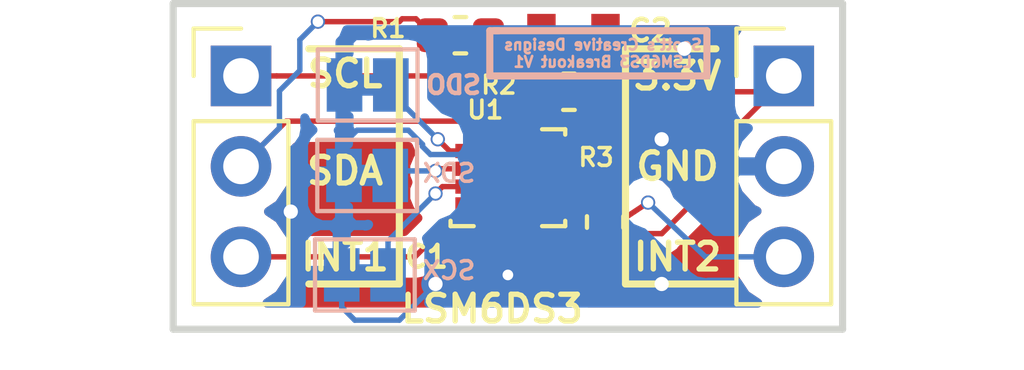
<source format=kicad_pcb>
(kicad_pcb (version 20171130) (host pcbnew "(5.0.1)-rc2")

  (general
    (thickness 1.6)
    (drawings 23)
    (tracks 113)
    (zones 0)
    (modules 11)
    (nets 13)
  )

  (page A4)
  (layers
    (0 F.Cu signal)
    (31 B.Cu signal)
    (32 B.Adhes user)
    (33 F.Adhes user)
    (34 B.Paste user)
    (35 F.Paste user)
    (36 B.SilkS user)
    (37 F.SilkS user)
    (38 B.Mask user)
    (39 F.Mask user)
    (40 Dwgs.User user)
    (41 Cmts.User user)
    (42 Eco1.User user)
    (43 Eco2.User user)
    (44 Edge.Cuts user)
    (45 Margin user)
    (46 B.CrtYd user)
    (47 F.CrtYd user)
    (48 B.Fab user)
    (49 F.Fab user)
  )

  (setup
    (last_trace_width 0.25)
    (trace_clearance 0.2)
    (zone_clearance 0.508)
    (zone_45_only no)
    (trace_min 0.1524)
    (segment_width 0.2)
    (edge_width 0.15)
    (via_size 0.8)
    (via_drill 0.4)
    (via_min_size 0.4)
    (via_min_drill 0.3)
    (uvia_size 0.3)
    (uvia_drill 0.1)
    (uvias_allowed no)
    (uvia_min_size 0.2)
    (uvia_min_drill 0.1)
    (pcb_text_width 0.3)
    (pcb_text_size 1.5 1.5)
    (mod_edge_width 0.15)
    (mod_text_size 1 1)
    (mod_text_width 0.15)
    (pad_size 1.524 1.524)
    (pad_drill 0.762)
    (pad_to_mask_clearance 0.051)
    (solder_mask_min_width 0.25)
    (aux_axis_origin 0 0)
    (visible_elements 7FFFFFFF)
    (pcbplotparams
      (layerselection 0x010f0_ffffffff)
      (usegerberextensions false)
      (usegerberattributes false)
      (usegerberadvancedattributes false)
      (creategerberjobfile false)
      (excludeedgelayer true)
      (linewidth 0.100000)
      (plotframeref false)
      (viasonmask false)
      (mode 1)
      (useauxorigin false)
      (hpglpennumber 1)
      (hpglpenspeed 20)
      (hpglpendiameter 15.000000)
      (psnegative false)
      (psa4output false)
      (plotreference true)
      (plotvalue true)
      (plotinvisibletext false)
      (padsonsilk false)
      (subtractmaskfromsilk false)
      (outputformat 1)
      (mirror false)
      (drillshape 0)
      (scaleselection 1)
      (outputdirectory "Gerber/"))
  )

  (net 0 "")
  (net 1 GND)
  (net 2 +3V3)
  (net 3 /SDA)
  (net 4 /SCL)
  (net 5 /SDO)
  (net 6 /SDX)
  (net 7 /SCX)
  (net 8 /CS)
  (net 9 /INT1)
  (net 10 /INT2)
  (net 11 "Net-(U1-Pad10)")
  (net 12 "Net-(U1-Pad11)")

  (net_class Default "This is the default net class."
    (clearance 0.2)
    (trace_width 0.25)
    (via_dia 0.8)
    (via_drill 0.4)
    (uvia_dia 0.3)
    (uvia_drill 0.1)
  )

  (net_class small ""
    (clearance 0.1524)
    (trace_width 0.1524)
    (via_dia 0.4)
    (via_drill 0.3)
    (uvia_dia 0.3)
    (uvia_drill 0.1)
    (add_net +3V3)
    (add_net /CS)
    (add_net /INT1)
    (add_net /INT2)
    (add_net /SCL)
    (add_net /SCX)
    (add_net /SDA)
    (add_net /SDO)
    (add_net /SDX)
    (add_net GND)
    (add_net "Net-(U1-Pad10)")
    (add_net "Net-(U1-Pad11)")
  )

  (module Capacitors:0805 (layer F.Cu) (tedit 5CD280B1) (tstamp 5CFF404A)
    (at 164.51834 89.0905 180)
    (descr "GENERIC 2012 (0805) PACKAGE")
    (tags "GENERIC 2012 (0805) PACKAGE")
    (path /5CD61E47)
    (attr smd)
    (fp_text reference C1 (at 2.21234 0.1905 180) (layer F.SilkS)
      (effects (font (size 0.6096 0.6096) (thickness 0.127)))
    )
    (fp_text value C_Small (at 0 1.27 180) (layer F.SilkS) hide
      (effects (font (size 0.6096 0.6096) (thickness 0.127)))
    )
    (fp_line (start -1.4986 -0.79756) (end 1.4986 -0.79756) (layer F.CrtYd) (width 0.0508))
    (fp_line (start 1.4986 -0.79756) (end 1.4986 0.79756) (layer F.CrtYd) (width 0.0508))
    (fp_line (start 1.4986 0.79756) (end -1.4986 0.79756) (layer F.CrtYd) (width 0.0508))
    (fp_line (start -1.4986 0.79756) (end -1.4986 -0.79756) (layer F.CrtYd) (width 0.0508))
    (pad 1 smd rect (at -0.89916 0 180) (size 0.79756 1.19888) (layers F.Cu F.Paste F.Mask)
      (net 1 GND) (solder_mask_margin 0.1016))
    (pad 2 smd rect (at 0.89916 0 180) (size 0.79756 1.19888) (layers F.Cu F.Paste F.Mask)
      (net 2 +3V3) (solder_mask_margin 0.1016))
  )

  (module Capacitors:0805 (layer F.Cu) (tedit 5CD280A3) (tstamp 5CFF4054)
    (at 166.4335 82.677)
    (descr "GENERIC 2012 (0805) PACKAGE")
    (tags "GENERIC 2012 (0805) PACKAGE")
    (path /5CD61EE7)
    (attr smd)
    (fp_text reference C2 (at 2.159 -0.127 180) (layer F.SilkS)
      (effects (font (size 0.6096 0.6096) (thickness 0.127)))
    )
    (fp_text value C_Small (at 0 1.27) (layer F.SilkS) hide
      (effects (font (size 0.6096 0.6096) (thickness 0.127)))
    )
    (fp_line (start -1.4986 0.79756) (end -1.4986 -0.79756) (layer F.CrtYd) (width 0.0508))
    (fp_line (start 1.4986 0.79756) (end -1.4986 0.79756) (layer F.CrtYd) (width 0.0508))
    (fp_line (start 1.4986 -0.79756) (end 1.4986 0.79756) (layer F.CrtYd) (width 0.0508))
    (fp_line (start -1.4986 -0.79756) (end 1.4986 -0.79756) (layer F.CrtYd) (width 0.0508))
    (pad 2 smd rect (at 0.89916 0) (size 0.79756 1.19888) (layers F.Cu F.Paste F.Mask)
      (net 1 GND) (solder_mask_margin 0.1016))
    (pad 1 smd rect (at -0.89916 0) (size 0.79756 1.19888) (layers F.Cu F.Paste F.Mask)
      (net 2 +3V3) (solder_mask_margin 0.1016))
  )

  (module Jumper:SolderJumper-2_P1.3mm_Bridged_Pad1.0x1.5mm (layer B.Cu) (tedit 5CD280EB) (tstamp 5CFF40C8)
    (at 160.655 84.074 180)
    (descr "SMD Solder Jumper, 1x1.5mm Pads, 0.3mm gap, bridged with 1 copper strip")
    (tags "solder jumper open")
    (path /5CD621FA)
    (attr virtual)
    (fp_text reference SDO (at -2.413 0 180) (layer B.SilkS)
      (effects (font (size 0.5 0.5) (thickness 0.125)) (justify mirror))
    )
    (fp_text value J_NC (at 0 -1.9 180) (layer B.Fab)
      (effects (font (size 1 1) (thickness 0.15)) (justify mirror))
    )
    (fp_line (start -1.4 -1) (end -1.4 1) (layer B.SilkS) (width 0.12))
    (fp_line (start 1.4 -1) (end -1.4 -1) (layer B.SilkS) (width 0.12))
    (fp_line (start 1.4 1) (end 1.4 -1) (layer B.SilkS) (width 0.12))
    (fp_line (start -1.4 1) (end 1.4 1) (layer B.SilkS) (width 0.12))
    (fp_line (start -1.65 1.25) (end 1.65 1.25) (layer B.CrtYd) (width 0.05))
    (fp_line (start -1.65 1.25) (end -1.65 -1.25) (layer B.CrtYd) (width 0.05))
    (fp_line (start 1.65 -1.25) (end 1.65 1.25) (layer B.CrtYd) (width 0.05))
    (fp_line (start 1.65 -1.25) (end -1.65 -1.25) (layer B.CrtYd) (width 0.05))
    (pad 1 smd custom (at -0.65 0 180) (size 1 1.5) (layers B.Cu B.Mask)
      (net 5 /SDO)
      (options (clearance outline) (anchor rect))
      (primitives
        (gr_poly (pts
           (xy 0.4 0.3) (xy 0.9 0.3) (xy 0.9 -0.3) (xy 0.4 -0.3)) (width 0))
      ))
    (pad 2 smd rect (at 0.65 0 180) (size 1 1.5) (layers B.Cu B.Mask)
      (net 1 GND))
  )

  (module Jumper:SolderJumper-2_P1.3mm_Bridged_Pad1.0x1.5mm (layer B.Cu) (tedit 5CD280FD) (tstamp 5CFF40D6)
    (at 160.64 86.614 180)
    (descr "SMD Solder Jumper, 1x1.5mm Pads, 0.3mm gap, bridged with 1 copper strip")
    (tags "solder jumper open")
    (path /5CD62260)
    (attr virtual)
    (fp_text reference SDX (at -2.301 0.0635 180) (layer B.SilkS)
      (effects (font (size 0.5 0.5) (thickness 0.1)) (justify mirror))
    )
    (fp_text value J_NC (at 0 -1.9 180) (layer B.Fab)
      (effects (font (size 1 1) (thickness 0.15)) (justify mirror))
    )
    (fp_line (start 1.65 -1.25) (end -1.65 -1.25) (layer B.CrtYd) (width 0.05))
    (fp_line (start 1.65 -1.25) (end 1.65 1.25) (layer B.CrtYd) (width 0.05))
    (fp_line (start -1.65 1.25) (end -1.65 -1.25) (layer B.CrtYd) (width 0.05))
    (fp_line (start -1.65 1.25) (end 1.65 1.25) (layer B.CrtYd) (width 0.05))
    (fp_line (start -1.4 1) (end 1.4 1) (layer B.SilkS) (width 0.12))
    (fp_line (start 1.4 1) (end 1.4 -1) (layer B.SilkS) (width 0.12))
    (fp_line (start 1.4 -1) (end -1.4 -1) (layer B.SilkS) (width 0.12))
    (fp_line (start -1.4 -1) (end -1.4 1) (layer B.SilkS) (width 0.12))
    (pad 2 smd rect (at 0.65 0 180) (size 1 1.5) (layers B.Cu B.Mask)
      (net 1 GND))
    (pad 1 smd custom (at -0.65 0 180) (size 1 1.5) (layers B.Cu B.Mask)
      (net 6 /SDX)
      (options (clearance outline) (anchor rect))
      (primitives
        (gr_poly (pts
           (xy 0.4 0.3) (xy 0.9 0.3) (xy 0.9 -0.3) (xy 0.4 -0.3)) (width 0))
      ))
  )

  (module Jumper:SolderJumper-2_P1.3mm_Bridged_Pad1.0x1.5mm (layer B.Cu) (tedit 5CD28104) (tstamp 5CFF40E4)
    (at 160.5765 89.408 180)
    (descr "SMD Solder Jumper, 1x1.5mm Pads, 0.3mm gap, bridged with 1 copper strip")
    (tags "solder jumper open")
    (path /5CD6228A)
    (attr virtual)
    (fp_text reference SCX (at -2.3645 0.127 180) (layer B.SilkS)
      (effects (font (size 0.5 0.5) (thickness 0.1)) (justify mirror))
    )
    (fp_text value J_NC (at 0 -1.778 180) (layer B.Fab)
      (effects (font (size 1 1) (thickness 0.15)) (justify mirror))
    )
    (fp_line (start -1.4 -1) (end -1.4 1) (layer B.SilkS) (width 0.12))
    (fp_line (start 1.4 -1) (end -1.4 -1) (layer B.SilkS) (width 0.12))
    (fp_line (start 1.4 1) (end 1.4 -1) (layer B.SilkS) (width 0.12))
    (fp_line (start -1.4 1) (end 1.4 1) (layer B.SilkS) (width 0.12))
    (fp_line (start -1.65 1.25) (end 1.65 1.25) (layer B.CrtYd) (width 0.05))
    (fp_line (start -1.65 1.25) (end -1.65 -1.25) (layer B.CrtYd) (width 0.05))
    (fp_line (start 1.65 -1.25) (end 1.65 1.25) (layer B.CrtYd) (width 0.05))
    (fp_line (start 1.65 -1.25) (end -1.65 -1.25) (layer B.CrtYd) (width 0.05))
    (pad 1 smd custom (at -0.65 0 180) (size 1 1.5) (layers B.Cu B.Mask)
      (net 7 /SCX)
      (options (clearance outline) (anchor rect))
      (primitives
        (gr_poly (pts
           (xy 0.4 0.3) (xy 0.9 0.3) (xy 0.9 -0.3) (xy 0.4 -0.3)) (width 0))
      ))
    (pad 2 smd rect (at 0.65 0 180) (size 1 1.5) (layers B.Cu B.Mask)
      (net 1 GND))
  )

  (module Resistor_SMD:R_0603_1608Metric (layer F.Cu) (tedit 5CD283F0) (tstamp 5CFF5D71)
    (at 163.2585 82.677)
    (descr "Resistor SMD 0603 (1608 Metric), square (rectangular) end terminal, IPC_7351 nominal, (Body size source: http://www.tortai-tech.com/upload/download/2011102023233369053.pdf), generated with kicad-footprint-generator")
    (tags resistor)
    (path /5CD62CBD)
    (attr smd)
    (fp_text reference R1 (at -2.032 -0.1905) (layer F.SilkS)
      (effects (font (size 0.5 0.5) (thickness 0.1)))
    )
    (fp_text value 5.1k (at 0 1.43) (layer F.Fab)
      (effects (font (size 1 1) (thickness 0.15)))
    )
    (fp_text user %R (at 0 0) (layer F.Fab)
      (effects (font (size 0.4 0.4) (thickness 0.06)))
    )
    (fp_line (start 1.48 0.73) (end -1.48 0.73) (layer F.CrtYd) (width 0.05))
    (fp_line (start 1.48 -0.73) (end 1.48 0.73) (layer F.CrtYd) (width 0.05))
    (fp_line (start -1.48 -0.73) (end 1.48 -0.73) (layer F.CrtYd) (width 0.05))
    (fp_line (start -1.48 0.73) (end -1.48 -0.73) (layer F.CrtYd) (width 0.05))
    (fp_line (start -0.162779 0.51) (end 0.162779 0.51) (layer F.SilkS) (width 0.12))
    (fp_line (start -0.162779 -0.51) (end 0.162779 -0.51) (layer F.SilkS) (width 0.12))
    (fp_line (start 0.8 0.4) (end -0.8 0.4) (layer F.Fab) (width 0.1))
    (fp_line (start 0.8 -0.4) (end 0.8 0.4) (layer F.Fab) (width 0.1))
    (fp_line (start -0.8 -0.4) (end 0.8 -0.4) (layer F.Fab) (width 0.1))
    (fp_line (start -0.8 0.4) (end -0.8 -0.4) (layer F.Fab) (width 0.1))
    (pad 2 smd roundrect (at 0.7875 0) (size 0.875 0.95) (layers F.Cu F.Paste F.Mask) (roundrect_rratio 0.25)
      (net 2 +3V3))
    (pad 1 smd roundrect (at -0.7875 0) (size 0.875 0.95) (layers F.Cu F.Paste F.Mask) (roundrect_rratio 0.25)
      (net 3 /SDA))
    (model ${KISYS3DMOD}/Resistor_SMD.3dshapes/R_0603_1608Metric.wrl
      (at (xyz 0 0 0))
      (scale (xyz 1 1 1))
      (rotate (xyz 0 0 0))
    )
  )

  (module Resistor_SMD:R_0603_1608Metric (layer F.Cu) (tedit 5CD2812B) (tstamp 5CFF4106)
    (at 166.3065 84.2645)
    (descr "Resistor SMD 0603 (1608 Metric), square (rectangular) end terminal, IPC_7351 nominal, (Body size source: http://www.tortai-tech.com/upload/download/2011102023233369053.pdf), generated with kicad-footprint-generator")
    (tags resistor)
    (path /5CD62D9C)
    (attr smd)
    (fp_text reference R2 (at -1.9685 -0.1905) (layer F.SilkS)
      (effects (font (size 0.5 0.5) (thickness 0.1)))
    )
    (fp_text value 5.1k (at 0 1.43) (layer F.Fab) hide
      (effects (font (size 1 1) (thickness 0.15)))
    )
    (fp_line (start -0.8 0.4) (end -0.8 -0.4) (layer F.Fab) (width 0.1))
    (fp_line (start -0.8 -0.4) (end 0.8 -0.4) (layer F.Fab) (width 0.1))
    (fp_line (start 0.8 -0.4) (end 0.8 0.4) (layer F.Fab) (width 0.1))
    (fp_line (start 0.8 0.4) (end -0.8 0.4) (layer F.Fab) (width 0.1))
    (fp_line (start -0.162779 -0.51) (end 0.162779 -0.51) (layer F.SilkS) (width 0.12))
    (fp_line (start -0.162779 0.51) (end 0.162779 0.51) (layer F.SilkS) (width 0.12))
    (fp_line (start -1.48 0.73) (end -1.48 -0.73) (layer F.CrtYd) (width 0.05))
    (fp_line (start -1.48 -0.73) (end 1.48 -0.73) (layer F.CrtYd) (width 0.05))
    (fp_line (start 1.48 -0.73) (end 1.48 0.73) (layer F.CrtYd) (width 0.05))
    (fp_line (start 1.48 0.73) (end -1.48 0.73) (layer F.CrtYd) (width 0.05))
    (fp_text user %R (at 0 0) (layer F.Fab)
      (effects (font (size 0.4 0.4) (thickness 0.06)))
    )
    (pad 1 smd roundrect (at -0.7875 0) (size 0.875 0.95) (layers F.Cu F.Paste F.Mask) (roundrect_rratio 0.25)
      (net 4 /SCL))
    (pad 2 smd roundrect (at 0.7875 0) (size 0.875 0.95) (layers F.Cu F.Paste F.Mask) (roundrect_rratio 0.25)
      (net 2 +3V3))
    (model ${KISYS3DMOD}/Resistor_SMD.3dshapes/R_0603_1608Metric.wrl
      (at (xyz 0 0 0))
      (scale (xyz 1 1 1))
      (rotate (xyz 0 0 0))
    )
  )

  (module Resistor_SMD:R_0603_1608Metric (layer F.Cu) (tedit 5CD2813F) (tstamp 5CFF4F1F)
    (at 167.3225 87.922 270)
    (descr "Resistor SMD 0603 (1608 Metric), square (rectangular) end terminal, IPC_7351 nominal, (Body size source: http://www.tortai-tech.com/upload/download/2011102023233369053.pdf), generated with kicad-footprint-generator")
    (tags resistor)
    (path /5CD6247E)
    (attr smd)
    (fp_text reference R3 (at -1.816 0.254) (layer F.SilkS)
      (effects (font (size 0.5 0.5) (thickness 0.1)))
    )
    (fp_text value 10k (at 0 1.43 270) (layer F.Fab)
      (effects (font (size 1 1) (thickness 0.15)))
    )
    (fp_line (start -0.8 0.4) (end -0.8 -0.4) (layer F.Fab) (width 0.1))
    (fp_line (start -0.8 -0.4) (end 0.8 -0.4) (layer F.Fab) (width 0.1))
    (fp_line (start 0.8 -0.4) (end 0.8 0.4) (layer F.Fab) (width 0.1))
    (fp_line (start 0.8 0.4) (end -0.8 0.4) (layer F.Fab) (width 0.1))
    (fp_line (start -0.162779 -0.51) (end 0.162779 -0.51) (layer F.SilkS) (width 0.12))
    (fp_line (start -0.162779 0.51) (end 0.162779 0.51) (layer F.SilkS) (width 0.12))
    (fp_line (start -1.48 0.73) (end -1.48 -0.73) (layer F.CrtYd) (width 0.05))
    (fp_line (start -1.48 -0.73) (end 1.48 -0.73) (layer F.CrtYd) (width 0.05))
    (fp_line (start 1.48 -0.73) (end 1.48 0.73) (layer F.CrtYd) (width 0.05))
    (fp_line (start 1.48 0.73) (end -1.48 0.73) (layer F.CrtYd) (width 0.05))
    (fp_text user %R (at 0 0 270) (layer F.Fab)
      (effects (font (size 0.4 0.4) (thickness 0.06)))
    )
    (pad 1 smd roundrect (at -0.7875 0 270) (size 0.875 0.95) (layers F.Cu F.Paste F.Mask) (roundrect_rratio 0.25)
      (net 8 /CS))
    (pad 2 smd roundrect (at 0.7875 0 270) (size 0.875 0.95) (layers F.Cu F.Paste F.Mask) (roundrect_rratio 0.25)
      (net 2 +3V3))
    (model ${KISYS3DMOD}/Resistor_SMD.3dshapes/R_0603_1608Metric.wrl
      (at (xyz 0 0 0))
      (scale (xyz 1 1 1))
      (rotate (xyz 0 0 0))
    )
  )

  (module Package_LGA:LGA-14_3x2.5mm_P0.5mm_LayoutBorder3x4y (layer F.Cu) (tedit 5CD28116) (tstamp 5CFF4139)
    (at 164.592 86.6775)
    (descr "LGA, 14 Pin (http://www.st.com/resource/en/datasheet/lsm6ds3.pdf), generated with kicad-footprint-generator ipc_lga_layoutBorder_generator.py")
    (tags "LGA LGA")
    (path /5CD61DCA)
    (attr smd)
    (fp_text reference U1 (at -0.635 -1.905) (layer F.SilkS)
      (effects (font (size 0.5 0.5) (thickness 0.1)))
    )
    (fp_text value LSM6DS3 (at 0 2.2) (layer F.Fab) hide
      (effects (font (size 1 1) (thickness 0.15)))
    )
    (fp_line (start 0.96 -1.36) (end 1.61 -1.36) (layer F.SilkS) (width 0.12))
    (fp_line (start 1.61 -1.36) (end 1.61 -1.21) (layer F.SilkS) (width 0.12))
    (fp_line (start -0.96 1.36) (end -1.61 1.36) (layer F.SilkS) (width 0.12))
    (fp_line (start -1.61 1.36) (end -1.61 1.21) (layer F.SilkS) (width 0.12))
    (fp_line (start 0.96 1.36) (end 1.61 1.36) (layer F.SilkS) (width 0.12))
    (fp_line (start 1.61 1.36) (end 1.61 1.21) (layer F.SilkS) (width 0.12))
    (fp_line (start -0.75 -1.25) (end 1.5 -1.25) (layer F.Fab) (width 0.1))
    (fp_line (start 1.5 -1.25) (end 1.5 1.25) (layer F.Fab) (width 0.1))
    (fp_line (start 1.5 1.25) (end -1.5 1.25) (layer F.Fab) (width 0.1))
    (fp_line (start -1.5 1.25) (end -1.5 -0.5) (layer F.Fab) (width 0.1))
    (fp_line (start -1.5 -0.5) (end -0.75 -1.25) (layer F.Fab) (width 0.1))
    (fp_line (start -1.75 -1.5) (end -1.75 1.5) (layer F.CrtYd) (width 0.05))
    (fp_line (start -1.75 1.5) (end 1.75 1.5) (layer F.CrtYd) (width 0.05))
    (fp_line (start 1.75 1.5) (end 1.75 -1.5) (layer F.CrtYd) (width 0.05))
    (fp_line (start 1.75 -1.5) (end -1.75 -1.5) (layer F.CrtYd) (width 0.05))
    (fp_text user %R (at 0 0) (layer F.Fab)
      (effects (font (size 0.75 0.75) (thickness 0.11)))
    )
    (pad 1 smd custom (at -1.1375 -0.75) (size 0.4 0.4) (layers F.Cu F.Paste F.Mask)
      (net 5 /SDO)
      (options (clearance outline) (anchor circle))
      (primitives
        (gr_poly (pts
           (xy -0.3375 -0.2) (xy 0.0875 -0.2) (xy 0.3375 0.05) (xy 0.3375 0.2) (xy -0.3375 0.2)
) (width 0))
      ))
    (pad 2 smd rect (at -1.1375 -0.25) (size 0.675 0.4) (layers F.Cu F.Paste F.Mask)
      (net 6 /SDX))
    (pad 3 smd rect (at -1.1375 0.25) (size 0.675 0.4) (layers F.Cu F.Paste F.Mask)
      (net 7 /SCX))
    (pad 4 smd custom (at -1.1375 0.75) (size 0.4 0.4) (layers F.Cu F.Paste F.Mask)
      (net 9 /INT1)
      (options (clearance outline) (anchor circle))
      (primitives
        (gr_poly (pts
           (xy -0.3375 -0.2) (xy 0.3375 -0.2) (xy 0.3375 -0.05) (xy 0.0875 0.2) (xy -0.3375 0.2)
) (width 0))
      ))
    (pad 5 smd custom (at -0.5 0.8875) (size 0.4 0.4) (layers F.Cu F.Paste F.Mask)
      (net 2 +3V3)
      (options (clearance outline) (anchor circle))
      (primitives
        (gr_poly (pts
           (xy -0.2 -0.0875) (xy 0.05 -0.3375) (xy 0.2 -0.3375) (xy 0.2 0.3375) (xy -0.2 0.3375)
) (width 0))
      ))
    (pad 6 smd rect (at 0 0.8875) (size 0.4 0.675) (layers F.Cu F.Paste F.Mask)
      (net 1 GND))
    (pad 7 smd custom (at 0.5 0.8875) (size 0.4 0.4) (layers F.Cu F.Paste F.Mask)
      (net 1 GND)
      (options (clearance outline) (anchor circle))
      (primitives
        (gr_poly (pts
           (xy -0.2 -0.3375) (xy -0.05 -0.3375) (xy 0.2 -0.0875) (xy 0.2 0.3375) (xy -0.2 0.3375)
) (width 0))
      ))
    (pad 8 smd custom (at 1.1375 0.75) (size 0.4 0.4) (layers F.Cu F.Paste F.Mask)
      (net 2 +3V3)
      (options (clearance outline) (anchor circle))
      (primitives
        (gr_poly (pts
           (xy -0.3375 -0.2) (xy 0.3375 -0.2) (xy 0.3375 0.2) (xy -0.0875 0.2) (xy -0.3375 -0.05)
) (width 0))
      ))
    (pad 9 smd rect (at 1.1375 0.25) (size 0.675 0.4) (layers F.Cu F.Paste F.Mask)
      (net 10 /INT2))
    (pad 10 smd rect (at 1.1375 -0.25) (size 0.675 0.4) (layers F.Cu F.Paste F.Mask)
      (net 11 "Net-(U1-Pad10)"))
    (pad 11 smd custom (at 1.1375 -0.75) (size 0.4 0.4) (layers F.Cu F.Paste F.Mask)
      (net 12 "Net-(U1-Pad11)")
      (options (clearance outline) (anchor circle))
      (primitives
        (gr_poly (pts
           (xy -0.3375 0.05) (xy -0.0875 -0.2) (xy 0.3375 -0.2) (xy 0.3375 0.2) (xy -0.3375 0.2)
) (width 0))
      ))
    (pad 12 smd custom (at 0.5 -0.8875) (size 0.4 0.4) (layers F.Cu F.Paste F.Mask)
      (net 8 /CS)
      (options (clearance outline) (anchor circle))
      (primitives
        (gr_poly (pts
           (xy -0.2 -0.3375) (xy 0.2 -0.3375) (xy 0.2 0.0875) (xy -0.05 0.3375) (xy -0.2 0.3375)
) (width 0))
      ))
    (pad 13 smd rect (at 0 -0.8875) (size 0.4 0.675) (layers F.Cu F.Paste F.Mask)
      (net 4 /SCL))
    (pad 14 smd custom (at -0.5 -0.8875) (size 0.4 0.4) (layers F.Cu F.Paste F.Mask)
      (net 3 /SDA)
      (options (clearance outline) (anchor circle))
      (primitives
        (gr_poly (pts
           (xy -0.2 -0.3375) (xy 0.2 -0.3375) (xy 0.2 0.3375) (xy 0.05 0.3375) (xy -0.2 0.0875)
) (width 0))
      ))
    (model ${KISYS3DMOD}/Package_LGA.3dshapes/LGA-14_3x2.5mm_P0.5mm_LayoutBorder3x4y.wrl
      (at (xyz 0 0 0))
      (scale (xyz 1 1 1))
      (rotate (xyz 0 0 0))
    )
  )

  (module Connector_PinHeader_2.54mm:PinHeader_1x03_P2.54mm_Vertical (layer F.Cu) (tedit 5CD28159) (tstamp 5CFF4343)
    (at 157.099 83.82)
    (descr "Through hole straight pin header, 1x03, 2.54mm pitch, single row")
    (tags "Through hole pin header THT 1x03 2.54mm single row")
    (path /5CD6439F)
    (fp_text reference J1 (at 0 -2.33) (layer F.SilkS) hide
      (effects (font (size 1 1) (thickness 0.15)))
    )
    (fp_text value Conn_01x03_Male (at 0 7.41) (layer F.Fab)
      (effects (font (size 1 1) (thickness 0.15)))
    )
    (fp_line (start -0.635 -1.27) (end 1.27 -1.27) (layer F.Fab) (width 0.1))
    (fp_line (start 1.27 -1.27) (end 1.27 6.35) (layer F.Fab) (width 0.1))
    (fp_line (start 1.27 6.35) (end -1.27 6.35) (layer F.Fab) (width 0.1))
    (fp_line (start -1.27 6.35) (end -1.27 -0.635) (layer F.Fab) (width 0.1))
    (fp_line (start -1.27 -0.635) (end -0.635 -1.27) (layer F.Fab) (width 0.1))
    (fp_line (start -1.33 6.41) (end 1.33 6.41) (layer F.SilkS) (width 0.12))
    (fp_line (start -1.33 1.27) (end -1.33 6.41) (layer F.SilkS) (width 0.12))
    (fp_line (start 1.33 1.27) (end 1.33 6.41) (layer F.SilkS) (width 0.12))
    (fp_line (start -1.33 1.27) (end 1.33 1.27) (layer F.SilkS) (width 0.12))
    (fp_line (start -1.33 0) (end -1.33 -1.33) (layer F.SilkS) (width 0.12))
    (fp_line (start -1.33 -1.33) (end 0 -1.33) (layer F.SilkS) (width 0.12))
    (fp_line (start -1.8 -1.8) (end -1.8 6.85) (layer F.CrtYd) (width 0.05))
    (fp_line (start -1.8 6.85) (end 1.8 6.85) (layer F.CrtYd) (width 0.05))
    (fp_line (start 1.8 6.85) (end 1.8 -1.8) (layer F.CrtYd) (width 0.05))
    (fp_line (start 1.8 -1.8) (end -1.8 -1.8) (layer F.CrtYd) (width 0.05))
    (fp_text user %R (at 0 2.54 90) (layer F.Fab)
      (effects (font (size 1 1) (thickness 0.15)))
    )
    (pad 1 thru_hole rect (at 0 0) (size 1.7 1.7) (drill 1) (layers *.Cu *.Mask)
      (net 4 /SCL))
    (pad 2 thru_hole oval (at 0 2.54) (size 1.7 1.7) (drill 1) (layers *.Cu *.Mask)
      (net 3 /SDA))
    (pad 3 thru_hole oval (at 0 5.08) (size 1.7 1.7) (drill 1) (layers *.Cu *.Mask)
      (net 9 /INT1))
    (model ${KISYS3DMOD}/Connector_PinHeader_2.54mm.3dshapes/PinHeader_1x03_P2.54mm_Vertical.wrl
      (at (xyz 0 0 0))
      (scale (xyz 1 1 1))
      (rotate (xyz 0 0 0))
    )
  )

  (module Connector_PinHeader_2.54mm:PinHeader_1x03_P2.54mm_Vertical (layer F.Cu) (tedit 5CD28155) (tstamp 5CFF4C72)
    (at 172.339 83.82)
    (descr "Through hole straight pin header, 1x03, 2.54mm pitch, single row")
    (tags "Through hole pin header THT 1x03 2.54mm single row")
    (path /5CD643E5)
    (fp_text reference J2 (at 0 -2.33) (layer F.SilkS) hide
      (effects (font (size 1 1) (thickness 0.15)))
    )
    (fp_text value Conn_01x03_Male (at 0 7.41) (layer F.Fab)
      (effects (font (size 1 1) (thickness 0.15)))
    )
    (fp_text user %R (at 0 2.54 90) (layer F.Fab)
      (effects (font (size 1 1) (thickness 0.15)))
    )
    (fp_line (start 1.8 -1.8) (end -1.8 -1.8) (layer F.CrtYd) (width 0.05))
    (fp_line (start 1.8 6.85) (end 1.8 -1.8) (layer F.CrtYd) (width 0.05))
    (fp_line (start -1.8 6.85) (end 1.8 6.85) (layer F.CrtYd) (width 0.05))
    (fp_line (start -1.8 -1.8) (end -1.8 6.85) (layer F.CrtYd) (width 0.05))
    (fp_line (start -1.33 -1.33) (end 0 -1.33) (layer F.SilkS) (width 0.12))
    (fp_line (start -1.33 0) (end -1.33 -1.33) (layer F.SilkS) (width 0.12))
    (fp_line (start -1.33 1.27) (end 1.33 1.27) (layer F.SilkS) (width 0.12))
    (fp_line (start 1.33 1.27) (end 1.33 6.41) (layer F.SilkS) (width 0.12))
    (fp_line (start -1.33 1.27) (end -1.33 6.41) (layer F.SilkS) (width 0.12))
    (fp_line (start -1.33 6.41) (end 1.33 6.41) (layer F.SilkS) (width 0.12))
    (fp_line (start -1.27 -0.635) (end -0.635 -1.27) (layer F.Fab) (width 0.1))
    (fp_line (start -1.27 6.35) (end -1.27 -0.635) (layer F.Fab) (width 0.1))
    (fp_line (start 1.27 6.35) (end -1.27 6.35) (layer F.Fab) (width 0.1))
    (fp_line (start 1.27 -1.27) (end 1.27 6.35) (layer F.Fab) (width 0.1))
    (fp_line (start -0.635 -1.27) (end 1.27 -1.27) (layer F.Fab) (width 0.1))
    (pad 3 thru_hole oval (at 0 5.08) (size 1.7 1.7) (drill 1) (layers *.Cu *.Mask)
      (net 10 /INT2))
    (pad 2 thru_hole oval (at 0 2.54) (size 1.7 1.7) (drill 1) (layers *.Cu *.Mask)
      (net 1 GND))
    (pad 1 thru_hole rect (at 0 0) (size 1.7 1.7) (drill 1) (layers *.Cu *.Mask)
      (net 2 +3V3))
    (model ${KISYS3DMOD}/Connector_PinHeader_2.54mm.3dshapes/PinHeader_1x03_P2.54mm_Vertical.wrl
      (at (xyz 0 0 0))
      (scale (xyz 1 1 1))
      (rotate (xyz 0 0 0))
    )
  )

  (gr_line (start 155.194 90.932) (end 155.194 81.788) (layer Edge.Cuts) (width 0.2))
  (gr_line (start 173.99 90.932) (end 155.194 90.932) (layer Edge.Cuts) (width 0.2))
  (gr_line (start 173.99 81.788) (end 173.99 90.932) (layer Edge.Cuts) (width 0.2))
  (gr_line (start 155.194 81.788) (end 173.99 81.788) (layer Edge.Cuts) (width 0.2))
  (gr_line (start 164.084 82.55) (end 164.338 82.55) (layer B.SilkS) (width 0.2))
  (gr_line (start 164.084 83.82) (end 164.084 82.55) (layer B.SilkS) (width 0.2))
  (gr_line (start 170.18 83.82) (end 164.084 83.82) (layer B.SilkS) (width 0.2))
  (gr_line (start 170.18 82.55) (end 170.18 83.82) (layer B.SilkS) (width 0.2))
  (gr_line (start 164.211 82.55) (end 170.18 82.55) (layer B.SilkS) (width 0.2))
  (gr_text "Scott's Creative Designs\nLSM6DS3 Breakout V1" (at 167.259 83.185) (layer B.SilkS)
    (effects (font (size 0.3 0.3) (thickness 0.075)) (justify mirror))
  )
  (gr_line (start 167.894 83.058) (end 170.434 83.058) (layer F.SilkS) (width 0.2))
  (gr_line (start 167.894 89.662) (end 167.894 83.058) (layer F.SilkS) (width 0.2))
  (gr_line (start 170.942 89.662) (end 167.894 89.662) (layer F.SilkS) (width 0.2))
  (gr_line (start 161.544 89.662) (end 159.004 89.662) (layer F.SilkS) (width 0.2))
  (gr_line (start 161.544 83.058) (end 161.544 89.662) (layer F.SilkS) (width 0.2))
  (gr_line (start 159.004 83.058) (end 161.544 83.058) (layer F.SilkS) (width 0.2))
  (gr_text INT2 (at 169.3545 88.9) (layer F.SilkS) (tstamp 5CFF62D2)
    (effects (font (size 0.75 0.75) (thickness 0.15)))
  )
  (gr_text GND (at 169.3545 86.36) (layer F.SilkS) (tstamp 5CFF62AD)
    (effects (font (size 0.75 0.75) (thickness 0.15)))
  )
  (gr_text 3.3V (at 169.3545 83.82) (layer F.SilkS) (tstamp 5CFF6266)
    (effects (font (size 0.75 0.75) (thickness 0.15)))
  )
  (gr_text LSM6DS3 (at 164.1475 90.3605) (layer F.SilkS)
    (effects (font (size 0.75 0.75) (thickness 0.15)))
  )
  (gr_text INT1 (at 160.02 88.9) (layer F.SilkS) (tstamp 5CFF5E03)
    (effects (font (size 0.75 0.75) (thickness 0.15)))
  )
  (gr_text SDA (at 160.02 86.487) (layer F.SilkS) (tstamp 5CFF5DDF)
    (effects (font (size 0.75 0.75) (thickness 0.15)))
  )
  (gr_text SCL (at 160.02 83.7565) (layer F.SilkS) (tstamp 5CFF5DDC)
    (effects (font (size 0.75 0.75) (thickness 0.15)))
  )

  (via (at 168.91 85.598) (size 0.8) (drill 0.4) (layers F.Cu B.Cu) (net 1))
  (segment (start 165.4175 87.8905) (end 165.092 87.565) (width 0.1524) (layer F.Cu) (net 1))
  (segment (start 165.4175 89.0905) (end 165.4175 87.8905) (width 0.1524) (layer F.Cu) (net 1))
  (segment (start 164.86632 89.0905) (end 165.4175 89.0905) (width 0.1524) (layer F.Cu) (net 1))
  (segment (start 164.592 88.81618) (end 164.86632 89.0905) (width 0.1524) (layer F.Cu) (net 1))
  (segment (start 164.592 87.565) (end 164.592 88.81618) (width 0.1524) (layer F.Cu) (net 1))
  (via (at 162.56 89.662) (size 0.8) (drill 0.4) (layers F.Cu B.Cu) (net 1) (tstamp 5CFF6F0B))
  (via (at 158.496 87.63) (size 0.8) (drill 0.4) (layers F.Cu B.Cu) (net 1) (tstamp 5CFF6F53))
  (segment (start 159.9265 90.3104) (end 160.2941 90.678) (width 0.1524) (layer B.Cu) (net 1))
  (segment (start 159.9265 89.408) (end 159.9265 90.3104) (width 0.1524) (layer B.Cu) (net 1))
  (segment (start 161.544 90.678) (end 162.56 89.662) (width 0.1524) (layer B.Cu) (net 1))
  (segment (start 160.2941 90.678) (end 161.544 90.678) (width 0.1524) (layer B.Cu) (net 1))
  (segment (start 159.99 85.7116) (end 160.3576 85.344) (width 0.1524) (layer B.Cu) (net 1))
  (segment (start 159.99 86.614) (end 159.99 85.7116) (width 0.1524) (layer B.Cu) (net 1))
  (segment (start 162.417771 86.026601) (end 163.242601 86.026601) (width 0.1524) (layer B.Cu) (net 1))
  (segment (start 162.194899 85.803729) (end 162.417771 86.026601) (width 0.1524) (layer B.Cu) (net 1))
  (segment (start 162.194899 85.740899) (end 162.194899 85.803729) (width 0.1524) (layer B.Cu) (net 1))
  (segment (start 160.3576 85.344) (end 161.798 85.344) (width 0.1524) (layer B.Cu) (net 1))
  (segment (start 161.798 85.344) (end 162.194899 85.740899) (width 0.1524) (layer B.Cu) (net 1))
  (segment (start 163.671202 85.598) (end 168.91 85.598) (width 0.1524) (layer B.Cu) (net 1))
  (segment (start 163.242601 86.026601) (end 163.671202 85.598) (width 0.1524) (layer B.Cu) (net 1))
  (segment (start 160.005 86.599) (end 159.99 86.614) (width 0.1524) (layer B.Cu) (net 1))
  (segment (start 160.005 84.074) (end 160.005 86.599) (width 0.1524) (layer B.Cu) (net 1))
  (via (at 164.592 89.408) (size 0.4) (drill 0.3) (layers F.Cu B.Cu) (net 1))
  (segment (start 165.4175 89.0905) (end 164.9095 89.0905) (width 0.1524) (layer F.Cu) (net 1))
  (segment (start 164.9095 89.0905) (end 164.592 89.408) (width 0.1524) (layer F.Cu) (net 1))
  (via (at 169.545 83.058) (size 0.8) (drill 0.4) (layers F.Cu B.Cu) (net 1))
  (via (at 168.91 89.662) (size 0.8) (drill 0.4) (layers F.Cu B.Cu) (net 1) (tstamp 5D55AB58))
  (segment (start 167.094 83.6895) (end 167.094 84.2645) (width 0.1524) (layer F.Cu) (net 2))
  (segment (start 166.909541 83.505041) (end 167.094 83.6895) (width 0.1524) (layer F.Cu) (net 2))
  (segment (start 166.705279 83.459321) (end 166.750999 83.505041) (width 0.1524) (layer F.Cu) (net 2))
  (segment (start 166.705279 83.296759) (end 166.705279 83.459321) (width 0.1524) (layer F.Cu) (net 2))
  (segment (start 166.750999 83.505041) (end 166.909541 83.505041) (width 0.1524) (layer F.Cu) (net 2))
  (segment (start 166.08552 82.677) (end 166.705279 83.296759) (width 0.1524) (layer F.Cu) (net 2))
  (segment (start 165.53434 82.677) (end 166.08552 82.677) (width 0.1524) (layer F.Cu) (net 2))
  (segment (start 164.046 82.677) (end 165.53434 82.677) (width 0.1524) (layer F.Cu) (net 2))
  (segment (start 164.092 88.61768) (end 163.61918 89.0905) (width 0.1524) (layer F.Cu) (net 2))
  (segment (start 164.092 87.565) (end 164.092 88.61768) (width 0.1524) (layer F.Cu) (net 2))
  (segment (start 163.61918 89.84234) (end 163.94684 90.17) (width 0.1524) (layer F.Cu) (net 2))
  (segment (start 163.61918 89.0905) (end 163.61918 89.84234) (width 0.1524) (layer F.Cu) (net 2))
  (segment (start 165.862 90.17) (end 167.3225 88.7095) (width 0.1524) (layer F.Cu) (net 2))
  (segment (start 163.94684 90.17) (end 165.862 90.17) (width 0.1524) (layer F.Cu) (net 2))
  (segment (start 166.0405 87.4275) (end 165.7295 87.4275) (width 0.1524) (layer F.Cu) (net 2))
  (segment (start 167.3225 88.7095) (end 166.0405 87.4275) (width 0.1524) (layer F.Cu) (net 2))
  (segment (start 171.8945 84.2645) (end 172.339 83.82) (width 0.1524) (layer F.Cu) (net 2))
  (segment (start 167.094 84.2645) (end 171.8945 84.2645) (width 0.1524) (layer F.Cu) (net 2))
  (segment (start 172.212 83.82) (end 172.339 83.82) (width 0.1524) (layer F.Cu) (net 2))
  (segment (start 172.339 83.947) (end 172.339 83.82) (width 0.1524) (layer F.Cu) (net 2))
  (segment (start 170.688 85.598) (end 172.339 83.947) (width 0.1524) (layer F.Cu) (net 2))
  (segment (start 170.688 86.4734) (end 170.688 85.598) (width 0.1524) (layer F.Cu) (net 2))
  (segment (start 168.913512 88.247888) (end 170.688 86.4734) (width 0.1524) (layer F.Cu) (net 2))
  (segment (start 167.3225 88.7095) (end 167.784112 88.247888) (width 0.1524) (layer F.Cu) (net 2))
  (segment (start 167.784112 88.247888) (end 168.913512 88.247888) (width 0.1524) (layer F.Cu) (net 2))
  (segment (start 163.927804 85.79) (end 163.227804 85.09) (width 0.1524) (layer F.Cu) (net 3))
  (segment (start 164.092 85.79) (end 163.927804 85.79) (width 0.1524) (layer F.Cu) (net 3))
  (segment (start 158.369 85.09) (end 157.099 86.36) (width 0.1524) (layer F.Cu) (net 3))
  (segment (start 163.227804 85.09) (end 158.369 85.09) (width 0.1524) (layer F.Cu) (net 3))
  (segment (start 157.948999 85.510001) (end 157.099 86.36) (width 0.1524) (layer B.Cu) (net 3))
  (segment (start 158.177601 85.281399) (end 157.948999 85.510001) (width 0.1524) (layer B.Cu) (net 3))
  (segment (start 158.177601 84.239917) (end 158.177601 85.281399) (width 0.1524) (layer B.Cu) (net 3))
  (segment (start 162.009388 82.215388) (end 161.624612 82.215388) (width 0.1524) (layer F.Cu) (net 3))
  (segment (start 162.471 82.677) (end 162.009388 82.215388) (width 0.1524) (layer F.Cu) (net 3))
  (segment (start 161.624612 82.215388) (end 161.544 82.296) (width 0.1524) (layer F.Cu) (net 3))
  (via (at 159.258 82.296) (size 0.4) (drill 0.3) (layers F.Cu B.Cu) (net 3))
  (segment (start 161.544 82.296) (end 159.258 82.296) (width 0.1524) (layer F.Cu) (net 3))
  (segment (start 159.258 82.296) (end 158.75 82.804) (width 0.1524) (layer B.Cu) (net 3))
  (segment (start 158.75 82.804) (end 158.75 83.667518) (width 0.1524) (layer B.Cu) (net 3))
  (segment (start 158.75 83.667518) (end 158.177601 84.239917) (width 0.1524) (layer B.Cu) (net 3))
  (segment (start 158.1014 83.82) (end 157.099 83.82) (width 0.1524) (layer F.Cu) (net 4))
  (segment (start 162.982804 83.82) (end 158.1014 83.82) (width 0.1524) (layer F.Cu) (net 4))
  (segment (start 164.592 85.429196) (end 162.982804 83.82) (width 0.1524) (layer F.Cu) (net 4))
  (segment (start 164.592 85.79) (end 164.592 85.429196) (width 0.1524) (layer F.Cu) (net 4))
  (segment (start 164.537 83.82) (end 162.982804 83.82) (width 0.1524) (layer F.Cu) (net 4))
  (segment (start 164.9815 84.2645) (end 164.537 83.82) (width 0.1524) (layer F.Cu) (net 4))
  (segment (start 165.519 84.2645) (end 164.9815 84.2645) (width 0.1524) (layer F.Cu) (net 4))
  (via (at 162.6235 85.598) (size 0.4) (drill 0.3) (layers F.Cu B.Cu) (net 5))
  (segment (start 163.4545 85.9275) (end 162.953 85.9275) (width 0.1524) (layer F.Cu) (net 5))
  (segment (start 162.953 85.9275) (end 162.6235 85.598) (width 0.1524) (layer F.Cu) (net 5))
  (segment (start 161.305 84.2795) (end 161.305 84.074) (width 0.1524) (layer B.Cu) (net 5))
  (segment (start 162.6235 85.598) (end 161.305 84.2795) (width 0.1524) (layer B.Cu) (net 5))
  (via (at 162.56 86.487) (size 0.4) (drill 0.3) (layers F.Cu B.Cu) (net 6))
  (segment (start 163.4545 86.4275) (end 162.6195 86.4275) (width 0.1524) (layer F.Cu) (net 6))
  (segment (start 162.6195 86.4275) (end 162.56 86.487) (width 0.1524) (layer F.Cu) (net 6))
  (segment (start 161.417 86.487) (end 161.29 86.614) (width 0.1524) (layer B.Cu) (net 6))
  (segment (start 162.56 86.487) (end 161.417 86.487) (width 0.1524) (layer B.Cu) (net 6))
  (via (at 162.56 87.122) (size 0.4) (drill 0.3) (layers F.Cu B.Cu) (net 7))
  (segment (start 163.4545 86.9275) (end 162.7545 86.9275) (width 0.1524) (layer F.Cu) (net 7))
  (segment (start 162.7545 86.9275) (end 162.56 87.122) (width 0.1524) (layer F.Cu) (net 7))
  (segment (start 161.2265 88.4555) (end 161.2265 89.408) (width 0.1524) (layer B.Cu) (net 7))
  (segment (start 162.56 87.122) (end 161.2265 88.4555) (width 0.1524) (layer B.Cu) (net 7))
  (segment (start 167.3225 86.597) (end 167.0685 86.343) (width 0.1524) (layer F.Cu) (net 8))
  (segment (start 167.3225 87.1345) (end 167.3225 86.597) (width 0.1524) (layer F.Cu) (net 8))
  (segment (start 165.36271 85.51929) (end 165.092 85.79) (width 0.1524) (layer F.Cu) (net 8))
  (segment (start 165.38311 85.49889) (end 165.36271 85.51929) (width 0.1524) (layer F.Cu) (net 8))
  (segment (start 166.161694 85.49889) (end 165.38311 85.49889) (width 0.1524) (layer F.Cu) (net 8))
  (segment (start 166.29561 85.632806) (end 166.161694 85.49889) (width 0.1524) (layer F.Cu) (net 8))
  (segment (start 166.29561 85.79) (end 166.29561 85.632806) (width 0.1524) (layer F.Cu) (net 8))
  (segment (start 166.452804 85.79) (end 166.29561 85.79) (width 0.1524) (layer F.Cu) (net 8))
  (segment (start 167.005804 86.343) (end 166.452804 85.79) (width 0.1524) (layer F.Cu) (net 8))
  (segment (start 167.0685 86.343) (end 167.005804 86.343) (width 0.1524) (layer F.Cu) (net 8))
  (segment (start 161.982 88.9) (end 157.099 88.9) (width 0.1524) (layer F.Cu) (net 9))
  (segment (start 163.4545 87.4275) (end 161.982 88.9) (width 0.1524) (layer F.Cu) (net 9))
  (segment (start 170.139336 88.9) (end 172.339 88.9) (width 0.1524) (layer B.Cu) (net 10))
  (segment (start 168.529 87.376) (end 170.139336 88.9) (width 0.1524) (layer B.Cu) (net 10))
  (segment (start 166.0485 86.9275) (end 165.7295 86.9275) (width 0.1524) (layer F.Cu) (net 10))
  (segment (start 166.11989 86.99889) (end 166.0485 86.9275) (width 0.1524) (layer F.Cu) (net 10))
  (segment (start 166.24689 86.99889) (end 166.11989 86.99889) (width 0.1524) (layer F.Cu) (net 10))
  (segment (start 166.4335 87.1855) (end 166.24689 86.99889) (width 0.1524) (layer F.Cu) (net 10))
  (segment (start 168.529 87.376) (end 167.521274 88.04339) (width 0.1524) (layer F.Cu) (net 10))
  (segment (start 167.521274 88.04339) (end 167.123726 88.04339) (width 0.1524) (layer F.Cu) (net 10))
  (segment (start 167.123726 88.04339) (end 166.4335 87.353164) (width 0.1524) (layer F.Cu) (net 10))
  (segment (start 166.4335 87.353164) (end 166.4335 87.1855) (width 0.1524) (layer F.Cu) (net 10))
  (via (at 168.529 87.376) (size 0.4) (drill 0.3) (layers F.Cu B.Cu) (net 10))

  (zone (net 1) (net_name GND) (layer F.Cu) (tstamp 5D55ACA8) (hatch edge 0.508)
    (connect_pads (clearance 0.508))
    (min_thickness 0.254)
    (fill yes (arc_segments 16) (thermal_gap 0.508) (thermal_bridge_width 0.508))
    (polygon
      (pts
        (xy 155.194 81.788) (xy 155.194 90.932) (xy 173.99 90.932) (xy 173.99 81.788)
      )
    )
    (filled_polygon
      (pts
        (xy 171.067355 87.126924) (xy 171.457642 87.555183) (xy 171.587478 87.616157) (xy 171.268375 87.829375) (xy 170.940161 88.320582)
        (xy 170.824908 88.9) (xy 170.940161 89.479418) (xy 171.268375 89.970625) (xy 171.607169 90.197) (xy 166.840788 90.197)
        (xy 167.243349 89.79444) (xy 167.57875 89.79444) (xy 167.910227 89.728505) (xy 168.191239 89.540739) (xy 168.379005 89.259727)
        (xy 168.438806 88.959088) (xy 168.843471 88.959088) (xy 168.913512 88.97302) (xy 168.983553 88.959088) (xy 168.983558 88.959088)
        (xy 169.191008 88.917824) (xy 169.426258 88.760634) (xy 169.465936 88.701252) (xy 171.059421 87.107768)
      )
    )
    (filled_polygon
      (pts
        (xy 162.57296 89.68994) (xy 162.622243 89.937705) (xy 162.762591 90.147749) (xy 162.8363 90.197) (xy 157.830831 90.197)
        (xy 158.169625 89.970625) (xy 158.409785 89.6112) (xy 161.911959 89.6112) (xy 161.982 89.625132) (xy 162.052041 89.6112)
        (xy 162.052046 89.6112) (xy 162.259496 89.569936) (xy 162.494746 89.412746) (xy 162.534424 89.353364) (xy 162.57296 89.314828)
      )
    )
    (filled_polygon
      (pts
        (xy 165.5445 88.9635) (xy 165.5645 88.9635) (xy 165.5645 89.2175) (xy 165.5445 89.2175) (xy 165.5445 89.2375)
        (xy 165.2905 89.2375) (xy 165.2905 89.2175) (xy 165.2705 89.2175) (xy 165.2705 88.9635) (xy 165.2905 88.9635)
        (xy 165.2905 88.9435) (xy 165.5445 88.9435)
      )
    )
    (filled_polygon
      (pts
        (xy 161.880333 85.985798) (xy 161.852121 86.01401) (xy 161.725 86.320908) (xy 161.725 86.653092) (xy 161.787715 86.8045)
        (xy 161.725 86.955908) (xy 161.725 87.288092) (xy 161.852121 87.59499) (xy 162.066671 87.80954) (xy 161.687412 88.1888)
        (xy 158.409785 88.1888) (xy 158.169625 87.829375) (xy 157.871239 87.63) (xy 158.169625 87.430625) (xy 158.497839 86.939418)
        (xy 158.613092 86.36) (xy 158.528759 85.936029) (xy 158.663589 85.8012) (xy 161.803871 85.8012)
      )
    )
    (filled_polygon
      (pts
        (xy 170.234634 85.045578) (xy 170.175255 85.085254) (xy 170.135579 85.144633) (xy 170.135576 85.144636) (xy 170.06012 85.257564)
        (xy 170.018065 85.320504) (xy 169.9768 85.527954) (xy 169.9768 85.527959) (xy 169.962868 85.598) (xy 169.9768 85.668041)
        (xy 169.9768 86.178811) (xy 169.241484 86.914128) (xy 169.236879 86.90301) (xy 169.00199 86.668121) (xy 168.695092 86.541)
        (xy 168.362908 86.541) (xy 168.352869 86.545158) (xy 168.191239 86.303261) (xy 167.910227 86.115495) (xy 167.847827 86.103083)
        (xy 167.835246 86.084254) (xy 167.775864 86.044576) (xy 167.620923 85.889635) (xy 167.581246 85.830254) (xy 167.345996 85.673064)
        (xy 167.340579 85.671987) (xy 167.055532 85.38694) (xy 167.31275 85.38694) (xy 167.644227 85.321005) (xy 167.925239 85.133239)
        (xy 168.030503 84.9757) (xy 170.304512 84.9757)
      )
    )
    (filled_polygon
      (pts
        (xy 172.466 86.233) (xy 172.486 86.233) (xy 172.486 86.487) (xy 172.466 86.487) (xy 172.466 86.507)
        (xy 172.212 86.507) (xy 172.212 86.487) (xy 172.192 86.487) (xy 172.192 86.233) (xy 172.212 86.233)
        (xy 172.212 86.213) (xy 172.466 86.213)
      )
    )
    (filled_polygon
      (pts
        (xy 170.890843 82.722235) (xy 170.84156 82.97) (xy 170.84156 83.5533) (xy 168.30408 83.5533) (xy 168.36644 83.40275)
        (xy 168.36644 82.96275) (xy 168.20769 82.804) (xy 167.45966 82.804) (xy 167.45966 82.824) (xy 167.244743 82.824)
        (xy 167.218024 82.784013) (xy 167.18566 82.762388) (xy 167.18566 82.55) (xy 167.20566 82.55) (xy 167.20566 82.53)
        (xy 167.45966 82.53) (xy 167.45966 82.55) (xy 168.20769 82.55) (xy 168.23469 82.523) (xy 171.023969 82.523)
      )
    )
  )
  (zone (net 1) (net_name GND) (layer B.Cu) (tstamp 5D55ACA5) (hatch edge 0.508)
    (connect_pads (clearance 0.508))
    (min_thickness 0.254)
    (fill yes (arc_segments 16) (thermal_gap 0.508) (thermal_bridge_width 0.508))
    (polygon
      (pts
        (xy 155.194 81.788) (xy 155.194 90.932) (xy 173.99 90.932) (xy 173.99 81.788)
      )
    )
    (filled_polygon
      (pts
        (xy 170.890843 82.722235) (xy 170.84156 82.97) (xy 170.84156 84.67) (xy 170.890843 84.917765) (xy 171.031191 85.127809)
        (xy 171.241235 85.268157) (xy 171.344708 85.288739) (xy 171.067355 85.593076) (xy 170.897524 86.00311) (xy 171.018845 86.233)
        (xy 172.212 86.233) (xy 172.212 86.213) (xy 172.466 86.213) (xy 172.466 86.233) (xy 172.486 86.233)
        (xy 172.486 86.487) (xy 172.466 86.487) (xy 172.466 86.507) (xy 172.212 86.507) (xy 172.212 86.487)
        (xy 171.018845 86.487) (xy 170.897524 86.71689) (xy 171.067355 87.126924) (xy 171.457642 87.555183) (xy 171.587478 87.616157)
        (xy 171.268375 87.829375) (xy 171.028215 88.1888) (xy 170.422516 88.1888) (xy 169.348417 87.172288) (xy 169.236879 86.90301)
        (xy 169.00199 86.668121) (xy 168.695092 86.541) (xy 168.362908 86.541) (xy 168.05601 86.668121) (xy 167.821121 86.90301)
        (xy 167.694 87.209908) (xy 167.694 87.542092) (xy 167.821121 87.84899) (xy 168.05601 88.083879) (xy 168.362908 88.211)
        (xy 168.376634 88.211) (xy 169.592415 89.361599) (xy 169.62659 89.412746) (xy 169.694179 89.457908) (xy 169.701354 89.464698)
        (xy 169.75237 89.49679) (xy 169.86184 89.569936) (xy 169.871797 89.571917) (xy 169.88039 89.577322) (xy 170.01017 89.59944)
        (xy 170.06929 89.6112) (xy 170.079169 89.6112) (xy 170.159302 89.624857) (xy 170.219279 89.6112) (xy 171.028215 89.6112)
        (xy 171.268375 89.970625) (xy 171.607169 90.197) (xy 162.366182 90.197) (xy 162.37394 90.158) (xy 162.37394 88.658)
        (xy 162.324657 88.410235) (xy 162.30579 88.381999) (xy 162.73411 87.953679) (xy 163.03299 87.829879) (xy 163.267879 87.59499)
        (xy 163.395 87.288092) (xy 163.395 86.955908) (xy 163.332285 86.8045) (xy 163.395 86.653092) (xy 163.395 86.320908)
        (xy 163.303167 86.099202) (xy 163.331379 86.07099) (xy 163.4585 85.764092) (xy 163.4585 85.431908) (xy 163.331379 85.12501)
        (xy 163.09649 84.890121) (xy 162.79761 84.766321) (xy 162.45244 84.421152) (xy 162.45244 83.324) (xy 162.403157 83.076235)
        (xy 162.262809 82.866191) (xy 162.052765 82.725843) (xy 161.805 82.67656) (xy 160.805 82.67656) (xy 160.667368 82.703936)
        (xy 160.631309 82.689) (xy 160.29075 82.689) (xy 160.132 82.84775) (xy 160.132 83.192705) (xy 159.947191 83.316191)
        (xy 159.878 83.419742) (xy 159.878 82.856869) (xy 159.965879 82.76899) (xy 160.067771 82.523) (xy 171.023969 82.523)
      )
    )
    (filled_polygon
      (pts
        (xy 158.966673 85.183699) (xy 159.119475 85.3365) (xy 158.951673 85.504301) (xy 158.855 85.73769) (xy 158.855 86.32825)
        (xy 159.01375 86.487) (xy 159.74256 86.487) (xy 159.74256 86.741) (xy 159.01375 86.741) (xy 158.855 86.89975)
        (xy 158.855 87.49031) (xy 158.951673 87.723699) (xy 159.130302 87.902327) (xy 159.363691 87.999) (xy 159.70425 87.999)
        (xy 159.863 87.84025) (xy 159.863 87.268258) (xy 159.932191 87.371809) (xy 160.117 87.495295) (xy 160.117 87.84025)
        (xy 160.27575 87.999) (xy 160.616309 87.999) (xy 160.652368 87.984064) (xy 160.682189 87.989995) (xy 160.674078 88.002134)
        (xy 160.674076 88.002136) (xy 160.659549 88.023877) (xy 160.588868 88.037936) (xy 160.552809 88.023) (xy 160.21225 88.023)
        (xy 160.0535 88.18175) (xy 160.0535 88.526705) (xy 159.868691 88.650191) (xy 159.7995 88.753742) (xy 159.7995 88.18175)
        (xy 159.64075 88.023) (xy 159.300191 88.023) (xy 159.066802 88.119673) (xy 158.888173 88.298301) (xy 158.7915 88.53169)
        (xy 158.7915 89.12225) (xy 158.95025 89.281) (xy 159.67906 89.281) (xy 159.67906 89.535) (xy 158.95025 89.535)
        (xy 158.7915 89.69375) (xy 158.7915 90.197) (xy 157.830831 90.197) (xy 158.169625 89.970625) (xy 158.497839 89.479418)
        (xy 158.613092 88.9) (xy 158.497839 88.320582) (xy 158.169625 87.829375) (xy 157.871239 87.63) (xy 158.169625 87.430625)
        (xy 158.497839 86.939418) (xy 158.613092 86.36) (xy 158.528759 85.936029) (xy 158.630965 85.833823) (xy 158.690347 85.794145)
        (xy 158.847537 85.558895) (xy 158.888801 85.351445) (xy 158.888801 85.351441) (xy 158.902733 85.2814) (xy 158.888801 85.211358)
        (xy 158.888801 84.9957)
      )
    )
    (filled_polygon
      (pts
        (xy 159.947191 84.831809) (xy 160.132 84.955295) (xy 160.132 85.30025) (xy 160.16825 85.3365) (xy 160.117 85.38775)
        (xy 160.117 85.732705) (xy 159.932191 85.856191) (xy 159.863 85.959742) (xy 159.863 85.38775) (xy 159.82675 85.3515)
        (xy 159.878 85.30025) (xy 159.878 84.728258)
      )
    )
  )
)

</source>
